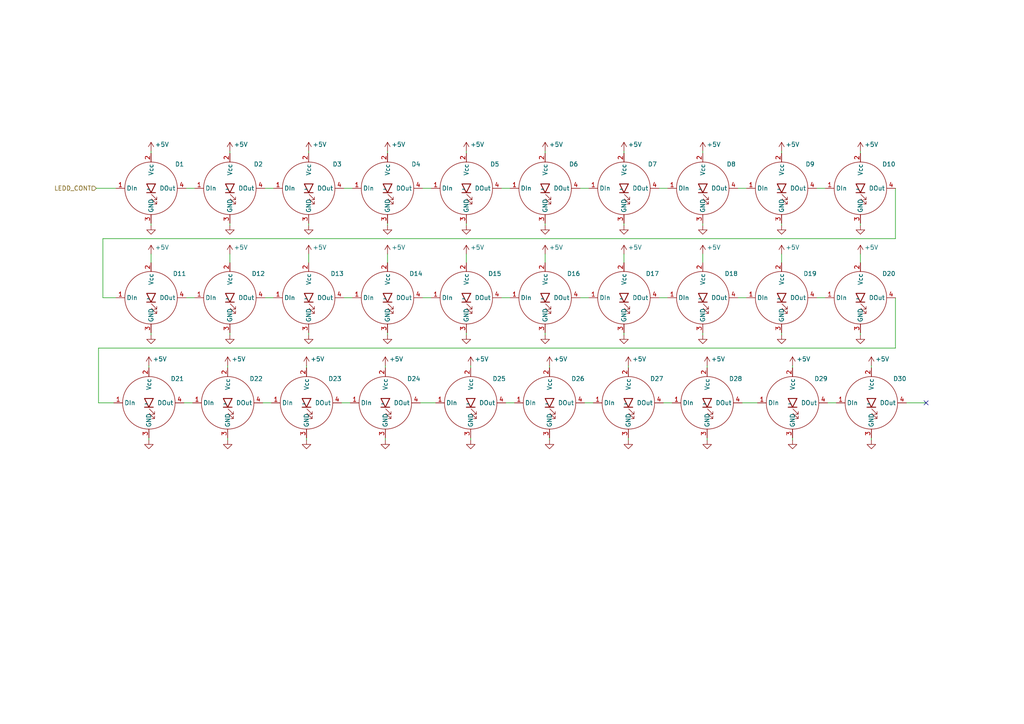
<source format=kicad_sch>
(kicad_sch (version 20230121) (generator eeschema)
  (paper "A4")
  (lib_symbols
    (symbol "ClockIt:WS2812-5MM"
      (property "Reference" "D" (at -9.144 6.858 0))
      (symbol "WS2812-5MM_0_1"
        (polyline (pts (xy 1.27 -1.27) (xy -1.27 -1.27)) (stroke (width 0.254)))
        (polyline (pts (xy 1.27 1.27) (xy -1.27 1.27) (xy 0 -1.27) (xy 1.27 1.27)) (stroke (width 0.254)))
        (polyline (pts (xy 0.127 -3.048) (xy 1.651 -4.572) (xy 1.651 -3.81) (xy 1.651 -4.572) (xy 0.889 -4.572)))
        (polyline (pts (xy 0.127 -1.778) (xy 1.651 -3.302) (xy 1.651 -2.54) (xy 1.651 -3.302) (xy 0.889 -3.302)))
        (circle (center 0 0) (radius 7.62))
      )
      (symbol "WS2812-5MM_1_1"
        (pin input line (at -10.16 0 0) (length 2.54) (name "DIn") (number "1"))
        (pin power_in line (at 0 10.16 270) (length 2.54) (name "Vcc") (number "2"))
        (pin power_in line (at 0 -10.16 90) (length 2.54) (name "GND") (number "3"))
        (pin output line (at 10.16 0 180) (length 2.54) (name "DOut") (number "4"))
      )
    )
    (symbol "power:+5V" (power) (pin_names (offset 0))
      (property "Value" "+5V" (at 0 3.556 0))
      (symbol "+5V_0_1"
        (polyline (pts (xy -0.762 1.27) (xy 0 2.54)))
        (polyline (pts (xy 0 0) (xy 0 2.54)))
        (polyline (pts (xy 0 2.54) (xy 0.762 1.27)))
      )
      (symbol "+5V_1_1"
        (pin power_in line (at 0 0 90) (length 0) hide (name "+5V") (number "1"))
      )
    )
    (symbol "power:GND" (power) (pin_names (offset 0))
      (property "Value" "GND" (at 0 -3.81 0))
      (symbol "GND_0_1"
        (polyline (pts (xy 0 0) (xy 0 -1.27) (xy 1.27 -1.27) (xy 0 -2.54) (xy -1.27 -1.27) (xy 0 -1.27)))
      )
      (symbol "GND_1_1"
        (pin power_in line (at 0 0 270) (length 0) hide (name "GND") (number "1"))
      )
    )
  )
  (no_connect (at 268.605 116.84))
  (wire (pts (xy 236.855 54.61) (xy 239.395 54.61)))
  (wire (pts (xy 99.695 54.61) (xy 102.235 54.61)))
  (wire (pts (xy 88.9 127) (xy 88.9 127.635)))
  (wire (pts (xy 229.87 127) (xy 229.87 127.635)))
  (wire (pts (xy 43.815 96.52) (xy 43.815 97.155)))
  (wire (pts (xy 205.105 127) (xy 205.105 127.635)))
  (wire (pts (xy 122.555 86.36) (xy 125.095 86.36)))
  (wire (pts (xy 43.815 43.815) (xy 43.815 44.45)))
  (wire (pts (xy 213.995 54.61) (xy 216.535 54.61)))
  (wire (pts (xy 215.265 116.84) (xy 219.71 116.84)))
  (wire (pts (xy 112.395 43.815) (xy 112.395 44.45)))
  (wire (pts (xy 180.975 43.815) (xy 180.975 44.45)))
  (wire (pts (xy 89.535 73.66) (xy 89.535 76.2)))
  (wire (pts (xy 99.695 86.36) (xy 102.235 86.36)))
  (wire (pts (xy 122.555 54.61) (xy 125.095 54.61)))
  (wire (pts (xy 27.94 54.61) (xy 33.655 54.61)))
  (wire (pts (xy 66.04 127) (xy 66.04 127.635)))
  (wire (pts (xy 121.92 116.84) (xy 126.365 116.84)))
  (wire (pts (xy 180.975 64.77) (xy 180.975 65.405)))
  (wire (pts (xy 159.385 106.045) (xy 159.385 106.68)))
  (wire (pts (xy 66.675 96.52) (xy 66.675 97.155)))
  (wire (pts (xy 111.76 127) (xy 111.76 127.635)))
  (wire (pts (xy 28.575 116.84) (xy 33.02 116.84)))
  (wire (pts (xy 180.975 96.52) (xy 180.975 97.155)))
  (wire (pts (xy 76.835 54.61) (xy 79.375 54.61)))
  (wire (pts (xy 158.115 96.52) (xy 158.115 97.155)))
  (wire (pts (xy 158.115 64.77) (xy 158.115 65.405)))
  (wire (pts (xy 262.89 116.84) (xy 268.605 116.84)))
  (wire (pts (xy 53.975 86.36) (xy 56.515 86.36)))
  (wire (pts (xy 88.9 106.045) (xy 88.9 106.68)))
  (wire (pts (xy 236.855 86.36) (xy 239.395 86.36)))
  (wire (pts (xy 53.975 54.61) (xy 56.515 54.61)))
  (wire (pts (xy 180.975 73.66) (xy 180.975 76.2)))
  (wire (pts (xy 76.2 116.84) (xy 78.74 116.84)))
  (wire (pts (xy 89.535 43.815) (xy 89.535 44.45)))
  (wire (pts (xy 66.04 106.045) (xy 66.04 106.68)))
  (wire (pts (xy 182.245 106.045) (xy 182.245 106.68)))
  (wire (pts (xy 203.835 73.66) (xy 203.835 76.2)))
  (wire (pts (xy 158.115 43.815) (xy 158.115 44.45)))
  (wire (pts (xy 249.555 73.66) (xy 249.555 76.2)))
  (wire (pts (xy 249.555 43.815) (xy 249.555 44.45)))
  (wire (pts (xy 112.395 96.52) (xy 112.395 97.155)))
  (wire (pts (xy 191.135 86.36) (xy 193.675 86.36)))
  (wire (pts (xy 43.815 73.66) (xy 43.815 76.2)))
  (wire (pts (xy 29.845 86.36) (xy 33.655 86.36)))
  (wire (pts (xy 226.695 96.52) (xy 226.695 97.155)))
  (wire (pts (xy 259.715 54.61) (xy 259.715 69.215)))
  (wire (pts (xy 136.525 127) (xy 136.525 127.635)))
  (wire (pts (xy 89.535 96.52) (xy 89.535 97.155)))
  (wire (pts (xy 135.255 64.77) (xy 135.255 65.405)))
  (wire (pts (xy 203.835 96.52) (xy 203.835 97.155)))
  (wire (pts (xy 259.715 86.36) (xy 259.715 100.965)))
  (wire (pts (xy 29.845 69.215) (xy 29.845 86.36)))
  (wire (pts (xy 66.675 73.66) (xy 66.675 76.2)))
  (wire (pts (xy 205.105 106.045) (xy 205.105 106.68)))
  (wire (pts (xy 89.535 64.77) (xy 89.535 65.405)))
  (wire (pts (xy 53.34 116.84) (xy 55.88 116.84)))
  (wire (pts (xy 146.685 116.84) (xy 149.225 116.84)))
  (wire (pts (xy 203.835 64.77) (xy 203.835 65.405)))
  (wire (pts (xy 259.715 100.965) (xy 28.575 100.965)))
  (wire (pts (xy 43.18 127) (xy 43.18 127.635)))
  (wire (pts (xy 135.255 43.815) (xy 135.255 44.45)))
  (wire (pts (xy 112.395 73.66) (xy 112.395 76.2)))
  (wire (pts (xy 169.545 116.84) (xy 172.085 116.84)))
  (wire (pts (xy 252.73 127) (xy 252.73 127.635)))
  (wire (pts (xy 135.255 96.52) (xy 135.255 97.155)))
  (wire (pts (xy 43.815 64.77) (xy 43.815 65.405)))
  (wire (pts (xy 66.675 43.815) (xy 66.675 44.45)))
  (wire (pts (xy 145.415 86.36) (xy 147.955 86.36)))
  (wire (pts (xy 76.835 86.36) (xy 79.375 86.36)))
  (wire (pts (xy 226.695 64.77) (xy 226.695 65.405)))
  (wire (pts (xy 229.87 106.045) (xy 229.87 106.68)))
  (wire (pts (xy 226.695 43.815) (xy 226.695 44.45)))
  (wire (pts (xy 159.385 127) (xy 159.385 127.635)))
  (wire (pts (xy 203.835 43.815) (xy 203.835 44.45)))
  (wire (pts (xy 135.255 73.66) (xy 135.255 76.2)))
  (wire (pts (xy 136.525 106.045) (xy 136.525 106.68)))
  (wire (pts (xy 112.395 64.77) (xy 112.395 65.405)))
  (wire (pts (xy 252.73 106.045) (xy 252.73 106.68)))
  (wire (pts (xy 111.76 106.045) (xy 111.76 106.68)))
  (wire (pts (xy 168.275 54.61) (xy 170.815 54.61)))
  (wire (pts (xy 240.03 116.84) (xy 242.57 116.84)))
  (wire (pts (xy 99.06 116.84) (xy 101.6 116.84)))
  (wire (pts (xy 249.555 64.77) (xy 249.555 65.405)))
  (wire (pts (xy 213.995 86.36) (xy 216.535 86.36)))
  (wire (pts (xy 145.415 54.61) (xy 147.955 54.61)))
  (wire (pts (xy 249.555 96.52) (xy 249.555 97.155)))
  (wire (pts (xy 43.18 106.045) (xy 43.18 106.68)))
  (wire (pts (xy 28.575 100.965) (xy 28.575 116.84)))
  (wire (pts (xy 191.135 54.61) (xy 193.675 54.61)))
  (wire (pts (xy 259.715 69.215) (xy 29.845 69.215)))
  (wire (pts (xy 66.675 64.77) (xy 66.675 65.405)))
  (wire (pts (xy 168.275 86.36) (xy 170.815 86.36)))
  (wire (pts (xy 182.245 127) (xy 182.245 127.635)))
  (wire (pts (xy 158.115 73.66) (xy 158.115 76.2)))
  (wire (pts (xy 192.405 116.84) (xy 194.945 116.84)))
  (wire (pts (xy 226.695 73.66) (xy 226.695 76.2)))
  (hierarchical_label "LEDD_CONT" (shape input) (at 27.94 54.61 180))
  (symbol (lib_id "power:+5V") (at 66.675 73.66 0) (unit 1)
    (property "Reference" "#PWR022" (effects hide))
    (property "Value" "+5V" (at 69.85 71.755 0))
    (instances (project "FaceDCF77" (path "" (reference "#PWR022") (unit 1)) (path "" (reference "#PWR085") (unit 1))))
  )
  (symbol (lib_id "ClockIt:WS2812-5MM") (at 43.18 116.84 0) (unit 1)
    (property "Reference" "D21" (at 51.435 109.855 0))
    (property "Value" "~" (at 42.418 117.094 0))
    (property "Footprint" "ClockIt:WS2812-5MM" (effects hide))
    (instances (project "FaceDCF77" (path "" (reference "D21") (unit 1)) (path "" (reference "D51") (unit 1))))
  )
  (symbol (lib_id "power:+5V") (at 203.835 43.815 0) (unit 1)
    (property "Reference" "#PWR08" (effects hide))
    (property "Value" "+5V" (at 207.01 41.91 0))
    (instances (project "FaceDCF77" (path "" (reference "#PWR08") (unit 1)) (path "" (reference "#PWR071") (unit 1))))
  )
  (symbol (lib_id "ClockIt:WS2812-5MM") (at 249.555 86.36 0) (unit 1)
    (property "Reference" "D20" (at 257.81 79.375 0))
    (property "Value" "~" (at 248.793 86.614 0))
    (property "Footprint" "ClockIt:WS2812-5MM" (effects hide))
    (instances (project "FaceDCF77" (path "" (reference "D20") (unit 1)) (path "" (reference "D50") (unit 1))))
  )
  (symbol (lib_id "power:GND") (at 66.675 97.155 0) (unit 1)
    (property "Reference" "#PWR032" (effects hide))
    (property "Value" "GND" (effects hide))
    (instances (project "FaceDCF77" (path "" (reference "#PWR032") (unit 1)) (path "" (reference "#PWR095") (unit 1))))
  )
  (symbol (lib_id "power:+5V") (at 249.555 73.66 0) (unit 1)
    (property "Reference" "#PWR030" (effects hide))
    (property "Value" "+5V" (at 252.73 71.755 0))
    (instances (project "FaceDCF77" (path "" (reference "#PWR030") (unit 1)) (path "" (reference "#PWR093") (unit 1))))
  )
  (symbol (lib_id "ClockIt:WS2812-5MM") (at 229.87 116.84 0) (unit 1)
    (property "Reference" "D29" (at 238.125 109.855 0))
    (property "Value" "~" (at 229.108 117.094 0))
    (property "Footprint" "ClockIt:WS2812-5MM" (effects hide))
    (instances (project "FaceDCF77" (path "" (reference "D29") (unit 1)) (path "" (reference "D59") (unit 1))))
  )
  (symbol (lib_id "power:+5V") (at 135.255 43.815 0) (unit 1)
    (property "Reference" "#PWR05" (effects hide))
    (property "Value" "+5V" (at 138.43 41.91 0))
    (instances (project "FaceDCF77" (path "" (reference "#PWR05") (unit 1)) (path "" (reference "#PWR068") (unit 1))))
  )
  (symbol (lib_id "power:+5V") (at 159.385 106.045 0) (unit 1)
    (property "Reference" "#PWR046" (effects hide))
    (property "Value" "+5V" (at 162.56 104.14 0))
    (instances (project "FaceDCF77" (path "" (reference "#PWR046") (unit 1)) (path "" (reference "#PWR0109") (unit 1))))
  )
  (symbol (lib_id "power:+5V") (at 180.975 73.66 0) (unit 1)
    (property "Reference" "#PWR027" (effects hide))
    (property "Value" "+5V" (at 184.15 71.755 0))
    (instances (project "FaceDCF77" (path "" (reference "#PWR027") (unit 1)) (path "" (reference "#PWR090") (unit 1))))
  )
  (symbol (lib_id "power:+5V") (at 89.535 43.815 0) (unit 1)
    (property "Reference" "#PWR03" (effects hide))
    (property "Value" "+5V" (at 92.71 41.91 0))
    (instances (project "FaceDCF77" (path "" (reference "#PWR03") (unit 1)) (path "" (reference "#PWR066") (unit 1))))
  )
  (symbol (lib_id "power:GND") (at 180.975 97.155 0) (unit 1)
    (property "Reference" "#PWR037" (effects hide))
    (property "Value" "GND" (effects hide))
    (instances (project "FaceDCF77" (path "" (reference "#PWR037") (unit 1)) (path "" (reference "#PWR0100") (unit 1))))
  )
  (symbol (lib_id "power:GND") (at 135.255 65.405 0) (unit 1)
    (property "Reference" "#PWR015" (effects hide))
    (property "Value" "GND" (effects hide))
    (instances (project "FaceDCF77" (path "" (reference "#PWR015") (unit 1)) (path "" (reference "#PWR078") (unit 1))))
  )
  (symbol (lib_id "power:+5V") (at 66.675 43.815 0) (unit 1)
    (property "Reference" "#PWR02" (effects hide))
    (property "Value" "+5V" (at 69.85 41.91 0))
    (instances (project "FaceDCF77" (path "" (reference "#PWR02") (unit 1)) (path "" (reference "#PWR065") (unit 1))))
  )
  (symbol (lib_id "ClockIt:WS2812-5MM") (at 66.675 86.36 0) (unit 1)
    (property "Reference" "D12" (at 74.93 79.375 0))
    (property "Value" "~" (at 65.913 86.614 0))
    (property "Footprint" "ClockIt:WS2812-5MM" (effects hide))
    (instances (project "FaceDCF77" (path "" (reference "D12") (unit 1)) (path "" (reference "D42") (unit 1))))
  )
  (symbol (lib_id "ClockIt:WS2812-5MM") (at 88.9 116.84 0) (unit 1)
    (property "Reference" "D23" (at 97.155 109.855 0))
    (property "Value" "~" (at 88.138 117.094 0))
    (property "Footprint" "ClockIt:WS2812-5MM" (effects hide))
    (instances (project "FaceDCF77" (path "" (reference "D23") (unit 1)) (path "" (reference "D53") (unit 1))))
  )
  (symbol (lib_id "power:GND") (at 43.18 127.635 0) (unit 1)
    (property "Reference" "#PWR051" (effects hide))
    (property "Value" "GND" (effects hide))
    (instances (project "FaceDCF77" (path "" (reference "#PWR051") (unit 1)) (path "" (reference "#PWR0114") (unit 1))))
  )
  (symbol (lib_id "ClockIt:WS2812-5MM") (at 252.73 116.84 0) (unit 1)
    (property "Reference" "D30" (at 260.985 109.855 0))
    (property "Value" "~" (at 251.968 117.094 0))
    (property "Footprint" "ClockIt:WS2812-5MM" (effects hide))
    (instances (project "FaceDCF77" (path "" (reference "D30") (unit 1)) (path "" (reference "D60") (unit 1))))
  )
  (symbol (lib_id "power:+5V") (at 226.695 43.815 0) (unit 1)
    (property "Reference" "#PWR09" (effects hide))
    (property "Value" "+5V" (at 229.87 41.91 0))
    (instances (project "FaceDCF77" (path "" (reference "#PWR09") (unit 1)) (path "" (reference "#PWR072") (unit 1))))
  )
  (symbol (lib_id "ClockIt:WS2812-5MM") (at 205.105 116.84 0) (unit 1)
    (property "Reference" "D28" (at 213.36 109.855 0))
    (property "Value" "~" (at 204.343 117.094 0))
    (property "Footprint" "ClockIt:WS2812-5MM" (effects hide))
    (instances (project "FaceDCF77" (path "" (reference "D28") (unit 1)) (path "" (reference "D58") (unit 1))))
  )
  (symbol (lib_id "power:GND") (at 226.695 65.405 0) (unit 1)
    (property "Reference" "#PWR019" (effects hide))
    (property "Value" "GND" (effects hide))
    (instances (project "FaceDCF77" (path "" (reference "#PWR019") (unit 1)) (path "" (reference "#PWR082") (unit 1))))
  )
  (symbol (lib_id "power:+5V") (at 249.555 43.815 0) (unit 1)
    (property "Reference" "#PWR010" (effects hide))
    (property "Value" "+5V" (at 252.73 41.91 0))
    (instances (project "FaceDCF77" (path "" (reference "#PWR010") (unit 1)) (path "" (reference "#PWR073") (unit 1))))
  )
  (symbol (lib_id "power:+5V") (at 229.87 106.045 0) (unit 1)
    (property "Reference" "#PWR049" (effects hide))
    (property "Value" "+5V" (at 233.045 104.14 0))
    (instances (project "FaceDCF77" (path "" (reference "#PWR049") (unit 1)) (path "" (reference "#PWR0112") (unit 1))))
  )
  (symbol (lib_id "ClockIt:WS2812-5MM") (at 180.975 54.61 0) (unit 1)
    (property "Reference" "D7" (at 189.23 47.625 0))
    (property "Value" "~" (at 180.213 54.864 0))
    (property "Footprint" "ClockIt:WS2812-5MM" (effects hide))
    (instances (project "FaceDCF77" (path "" (reference "D7") (unit 1)) (path "" (reference "D37") (unit 1))))
  )
  (symbol (lib_id "power:+5V") (at 203.835 73.66 0) (unit 1)
    (property "Reference" "#PWR028" (effects hide))
    (property "Value" "+5V" (at 207.01 71.755 0))
    (instances (project "FaceDCF77" (path "" (reference "#PWR028") (unit 1)) (path "" (reference "#PWR091") (unit 1))))
  )
  (symbol (lib_id "power:GND") (at 112.395 65.405 0) (unit 1)
    (property "Reference" "#PWR014" (effects hide))
    (property "Value" "GND" (effects hide))
    (instances (project "FaceDCF77" (path "" (reference "#PWR014") (unit 1)) (path "" (reference "#PWR077") (unit 1))))
  )
  (symbol (lib_id "power:+5V") (at 135.255 73.66 0) (unit 1)
    (property "Reference" "#PWR025" (effects hide))
    (property "Value" "+5V" (at 138.43 71.755 0))
    (instances (project "FaceDCF77" (path "" (reference "#PWR025") (unit 1)) (path "" (reference "#PWR088") (unit 1))))
  )
  (symbol (lib_id "ClockIt:WS2812-5MM") (at 158.115 86.36 0) (unit 1)
    (property "Reference" "D16" (at 166.37 79.375 0))
    (property "Value" "~" (at 157.353 86.614 0))
    (property "Footprint" "ClockIt:WS2812-5MM" (effects hide))
    (instances (project "FaceDCF77" (path "" (reference "D16") (unit 1)) (path "" (reference "D46") (unit 1))))
  )
  (symbol (lib_id "power:+5V") (at 252.73 106.045 0) (unit 1)
    (property "Reference" "#PWR050" (effects hide))
    (property "Value" "+5V" (at 255.905 104.14 0))
    (instances (project "FaceDCF77" (path "" (reference "#PWR050") (unit 1)) (path "" (reference "#PWR0113") (unit 1))))
  )
  (symbol (lib_id "power:+5V") (at 226.695 73.66 0) (unit 1)
    (property "Reference" "#PWR029" (effects hide))
    (property "Value" "+5V" (at 229.87 71.755 0))
    (instances (project "FaceDCF77" (path "" (reference "#PWR029") (unit 1)) (path "" (reference "#PWR092") (unit 1))))
  )
  (symbol (lib_id "power:+5V") (at 158.115 73.66 0) (unit 1)
    (property "Reference" "#PWR026" (effects hide))
    (property "Value" "+5V" (at 161.29 71.755 0))
    (instances (project "FaceDCF77" (path "" (reference "#PWR026") (unit 1)) (path "" (reference "#PWR089") (unit 1))))
  )
  (symbol (lib_id "power:GND") (at 249.555 65.405 0) (unit 1)
    (property "Reference" "#PWR020" (effects hide))
    (property "Value" "GND" (effects hide))
    (instances (project "FaceDCF77" (path "" (reference "#PWR020") (unit 1)) (path "" (reference "#PWR083") (unit 1))))
  )
  (symbol (lib_id "power:GND") (at 135.255 97.155 0) (unit 1)
    (property "Reference" "#PWR035" (effects hide))
    (property "Value" "GND" (effects hide))
    (instances (project "FaceDCF77" (path "" (reference "#PWR035") (unit 1)) (path "" (reference "#PWR098") (unit 1))))
  )
  (symbol (lib_id "power:GND") (at 158.115 97.155 0) (unit 1)
    (property "Reference" "#PWR036" (effects hide))
    (property "Value" "GND" (effects hide))
    (instances (project "FaceDCF77" (path "" (reference "#PWR036") (unit 1)) (path "" (reference "#PWR099") (unit 1))))
  )
  (symbol (lib_id "power:+5V") (at 43.815 73.66 0) (unit 1)
    (property "Reference" "#PWR021" (effects hide))
    (property "Value" "+5V" (at 46.99 71.755 0))
    (instances (project "FaceDCF77" (path "" (reference "#PWR021") (unit 1)) (path "" (reference "#PWR084") (unit 1))))
  )
  (symbol (lib_id "power:GND") (at 66.675 65.405 0) (unit 1)
    (property "Reference" "#PWR012" (effects hide))
    (property "Value" "GND" (effects hide))
    (instances (project "FaceDCF77" (path "" (reference "#PWR012") (unit 1)) (path "" (reference "#PWR075") (unit 1))))
  )
  (symbol (lib_id "power:GND") (at 66.04 127.635 0) (unit 1)
    (property "Reference" "#PWR052" (effects hide))
    (property "Value" "GND" (effects hide))
    (instances (project "FaceDCF77" (path "" (reference "#PWR052") (unit 1)) (path "" (reference "#PWR0115") (unit 1))))
  )
  (symbol (lib_id "power:GND") (at 226.695 97.155 0) (unit 1)
    (property "Reference" "#PWR039" (effects hide))
    (property "Value" "GND" (effects hide))
    (instances (project "FaceDCF77" (path "" (reference "#PWR039") (unit 1)) (path "" (reference "#PWR0102") (unit 1))))
  )
  (symbol (lib_id "ClockIt:WS2812-5MM") (at 135.255 86.36 0) (unit 1)
    (property "Reference" "D15" (at 143.51 79.375 0))
    (property "Value" "~" (at 134.493 86.614 0))
    (property "Footprint" "ClockIt:WS2812-5MM" (effects hide))
    (instances (project "FaceDCF77" (path "" (reference "D15") (unit 1)) (path "" (reference "D45") (unit 1))))
  )
  (symbol (lib_id "power:GND") (at 88.9 127.635 0) (unit 1)
    (property "Reference" "#PWR053" (effects hide))
    (property "Value" "GND" (effects hide))
    (instances (project "FaceDCF77" (path "" (reference "#PWR053") (unit 1)) (path "" (reference "#PWR0116") (unit 1))))
  )
  (symbol (lib_id "power:GND") (at 229.87 127.635 0) (unit 1)
    (property "Reference" "#PWR059" (effects hide))
    (property "Value" "GND" (effects hide))
    (instances (project "FaceDCF77" (path "" (reference "#PWR059") (unit 1)) (path "" (reference "#PWR0122") (unit 1))))
  )
  (symbol (lib_id "power:GND") (at 43.815 65.405 0) (unit 1)
    (property "Reference" "#PWR011" (effects hide))
    (property "Value" "GND" (effects hide))
    (instances (project "FaceDCF77" (path "" (reference "#PWR011") (unit 1)) (path "" (reference "#PWR074") (unit 1))))
  )
  (symbol (lib_id "ClockIt:WS2812-5MM") (at 112.395 54.61 0) (unit 1)
    (property "Reference" "D4" (at 120.65 47.625 0))
    (property "Value" "~" (at 111.633 54.864 0))
    (property "Footprint" "ClockIt:WS2812-5MM" (effects hide))
    (instances (project "FaceDCF77" (path "" (reference "D4") (unit 1)) (path "" (reference "D34") (unit 1))))
  )
  (symbol (lib_id "power:GND") (at 203.835 65.405 0) (unit 1)
    (property "Reference" "#PWR018" (effects hide))
    (property "Value" "GND" (effects hide))
    (instances (project "FaceDCF77" (path "" (reference "#PWR018") (unit 1)) (path "" (reference "#PWR081") (unit 1))))
  )
  (symbol (lib_id "ClockIt:WS2812-5MM") (at 112.395 86.36 0) (unit 1)
    (property "Reference" "D14" (at 120.65 79.375 0))
    (property "Value" "~" (at 111.633 86.614 0))
    (property "Footprint" "ClockIt:WS2812-5MM" (effects hide))
    (instances (project "FaceDCF77" (path "" (reference "D14") (unit 1)) (path "" (reference "D44") (unit 1))))
  )
  (symbol (lib_id "power:+5V") (at 43.18 106.045 0) (unit 1)
    (property "Reference" "#PWR041" (effects hide))
    (property "Value" "+5V" (at 46.355 104.14 0))
    (instances (project "FaceDCF77" (path "" (reference "#PWR041") (unit 1)) (path "" (reference "#PWR0104") (unit 1))))
  )
  (symbol (lib_id "power:GND") (at 252.73 127.635 0) (unit 1)
    (property "Reference" "#PWR060" (effects hide))
    (property "Value" "GND" (effects hide))
    (instances (project "FaceDCF77" (path "" (reference "#PWR060") (unit 1)) (path "" (reference "#PWR0123") (unit 1))))
  )
  (symbol (lib_id "power:+5V") (at 111.76 106.045 0) (unit 1)
    (property "Reference" "#PWR044" (effects hide))
    (property "Value" "+5V" (at 114.935 104.14 0))
    (instances (project "FaceDCF77" (path "" (reference "#PWR044") (unit 1)) (path "" (reference "#PWR0107") (unit 1))))
  )
  (symbol (lib_id "power:GND") (at 112.395 97.155 0) (unit 1)
    (property "Reference" "#PWR034" (effects hide))
    (property "Value" "GND" (effects hide))
    (instances (project "FaceDCF77" (path "" (reference "#PWR034") (unit 1)) (path "" (reference "#PWR097") (unit 1))))
  )
  (symbol (lib_id "power:GND") (at 158.115 65.405 0) (unit 1)
    (property "Reference" "#PWR016" (effects hide))
    (property "Value" "GND" (effects hide))
    (instances (project "FaceDCF77" (path "" (reference "#PWR016") (unit 1)) (path "" (reference "#PWR079") (unit 1))))
  )
  (symbol (lib_id "ClockIt:WS2812-5MM") (at 89.535 54.61 0) (unit 1)
    (property "Reference" "D3" (at 97.79 47.625 0))
    (property "Value" "~" (at 88.773 54.864 0))
    (property "Footprint" "ClockIt:WS2812-5MM" (effects hide))
    (instances (project "FaceDCF77" (path "" (reference "D3") (unit 1)) (path "" (reference "D33") (unit 1))))
  )
  (symbol (lib_id "power:+5V") (at 158.115 43.815 0) (unit 1)
    (property "Reference" "#PWR06" (effects hide))
    (property "Value" "+5V" (at 161.29 41.91 0))
    (instances (project "FaceDCF77" (path "" (reference "#PWR06") (unit 1)) (path "" (reference "#PWR069") (unit 1))))
  )
  (symbol (lib_id "power:GND") (at 136.525 127.635 0) (unit 1)
    (property "Reference" "#PWR055" (effects hide))
    (property "Value" "GND" (effects hide))
    (instances (project "FaceDCF77" (path "" (reference "#PWR055") (unit 1)) (path "" (reference "#PWR0118") (unit 1))))
  )
  (symbol (lib_id "ClockIt:WS2812-5MM") (at 66.675 54.61 0) (unit 1)
    (property "Reference" "D2" (at 74.93 47.625 0))
    (property "Value" "~" (at 65.913 54.864 0))
    (property "Footprint" "ClockIt:WS2812-5MM" (effects hide))
    (instances (project "FaceDCF77" (path "" (reference "D2") (unit 1)) (path "" (reference "D32") (unit 1))))
  )
  (symbol (lib_id "power:+5V") (at 180.975 43.815 0) (unit 1)
    (property "Reference" "#PWR07" (effects hide))
    (property "Value" "+5V" (at 184.15 41.91 0))
    (instances (project "FaceDCF77" (path "" (reference "#PWR07") (unit 1)) (path "" (reference "#PWR070") (unit 1))))
  )
  (symbol (lib_id "ClockIt:WS2812-5MM") (at 182.245 116.84 0) (unit 1)
    (property "Reference" "D27" (at 190.5 109.855 0))
    (property "Value" "~" (at 181.483 117.094 0))
    (property "Footprint" "ClockIt:WS2812-5MM" (effects hide))
    (instances (project "FaceDCF77" (path "" (reference "D27") (unit 1)) (path "" (reference "D57") (unit 1))))
  )
  (symbol (lib_id "power:GND") (at 249.555 97.155 0) (unit 1)
    (property "Reference" "#PWR040" (effects hide))
    (property "Value" "GND" (effects hide))
    (instances (project "FaceDCF77" (path "" (reference "#PWR040") (unit 1)) (path "" (reference "#PWR0103") (unit 1))))
  )
  (symbol (lib_id "power:+5V") (at 205.105 106.045 0) (unit 1)
    (property "Reference" "#PWR048" (effects hide))
    (property "Value" "+5V" (at 208.28 104.14 0))
    (instances (project "FaceDCF77" (path "" (reference "#PWR048") (unit 1)) (path "" (reference "#PWR0111") (unit 1))))
  )
  (symbol (lib_id "power:GND") (at 43.815 97.155 0) (unit 1)
    (property "Reference" "#PWR031" (effects hide))
    (property "Value" "GND" (effects hide))
    (instances (project "FaceDCF77" (path "" (reference "#PWR031") (unit 1)) (path "" (reference "#PWR094") (unit 1))))
  )
  (symbol (lib_id "ClockIt:WS2812-5MM") (at 158.115 54.61 0) (unit 1)
    (property "Reference" "D6" (at 166.37 47.625 0))
    (property "Value" "~" (at 157.353 54.864 0))
    (property "Footprint" "ClockIt:WS2812-5MM" (effects hide))
    (instances (project "FaceDCF77" (path "" (reference "D6") (unit 1)) (path "" (reference "D36") (unit 1))))
  )
  (symbol (lib_id "power:GND") (at 159.385 127.635 0) (unit 1)
    (property "Reference" "#PWR056" (effects hide))
    (property "Value" "GND" (effects hide))
    (instances (project "FaceDCF77" (path "" (reference "#PWR056") (unit 1)) (path "" (reference "#PWR0119") (unit 1))))
  )
  (symbol (lib_id "power:+5V") (at 66.04 106.045 0) (unit 1)
    (property "Reference" "#PWR042" (effects hide))
    (property "Value" "+5V" (at 69.215 104.14 0))
    (instances (project "FaceDCF77" (path "" (reference "#PWR042") (unit 1)) (path "" (reference "#PWR0105") (unit 1))))
  )
  (symbol (lib_id "power:+5V") (at 112.395 43.815 0) (unit 1)
    (property "Reference" "#PWR04" (effects hide))
    (property "Value" "+5V" (at 115.57 41.91 0))
    (instances (project "FaceDCF77" (path "" (reference "#PWR04") (unit 1)) (path "" (reference "#PWR067") (unit 1))))
  )
  (symbol (lib_id "power:+5V") (at 43.815 43.815 0) (unit 1)
    (property "Reference" "#PWR01" (effects hide))
    (property "Value" "+5V" (at 46.99 41.91 0))
    (instances (project "FaceDCF77" (path "" (reference "#PWR01") (unit 1)) (path "" (reference "#PWR064") (unit 1))))
  )
  (symbol (lib_id "power:GND") (at 180.975 65.405 0) (unit 1)
    (property "Reference" "#PWR017" (effects hide))
    (property "Value" "GND" (effects hide))
    (instances (project "FaceDCF77" (path "" (reference "#PWR017") (unit 1)) (path "" (reference "#PWR080") (unit 1))))
  )
  (symbol (lib_id "power:+5V") (at 89.535 73.66 0) (unit 1)
    (property "Reference" "#PWR023" (effects hide))
    (property "Value" "+5V" (at 92.71 71.755 0))
    (instances (project "FaceDCF77" (path "" (reference "#PWR023") (unit 1)) (path "" (reference "#PWR086") (unit 1))))
  )
  (symbol (lib_id "power:GND") (at 89.535 97.155 0) (unit 1)
    (property "Reference" "#PWR033" (effects hide))
    (property "Value" "GND" (effects hide))
    (instances (project "FaceDCF77" (path "" (reference "#PWR033") (unit 1)) (path "" (reference "#PWR096") (unit 1))))
  )
  (symbol (lib_id "ClockIt:WS2812-5MM") (at 249.555 54.61 0) (unit 1)
    (property "Reference" "D10" (at 257.81 47.625 0))
    (property "Value" "~" (at 248.793 54.864 0))
    (property "Footprint" "ClockIt:WS2812-5MM" (effects hide))
    (instances (project "FaceDCF77" (path "" (reference "D10") (unit 1)) (path "" (reference "D40") (unit 1))))
  )
  (symbol (lib_id "ClockIt:WS2812-5MM") (at 226.695 54.61 0) (unit 1)
    (property "Reference" "D9" (at 234.95 47.625 0))
    (property "Value" "~" (at 225.933 54.864 0))
    (property "Footprint" "ClockIt:WS2812-5MM" (effects hide))
    (instances (project "FaceDCF77" (path "" (reference "D9") (unit 1)) (path "" (reference "D39") (unit 1))))
  )
  (symbol (lib_id "power:+5V") (at 112.395 73.66 0) (unit 1)
    (property "Reference" "#PWR024" (effects hide))
    (property "Value" "+5V" (at 115.57 71.755 0))
    (instances (project "FaceDCF77" (path "" (reference "#PWR024") (unit 1)) (path "" (reference "#PWR087") (unit 1))))
  )
  (symbol (lib_id "ClockIt:WS2812-5MM") (at 43.815 54.61 0) (unit 1)
    (property "Reference" "D1" (at 52.07 47.625 0))
    (property "Value" "~" (at 43.053 54.864 0))
    (property "Footprint" "ClockIt:WS2812-5MM" (effects hide))
    (instances (project "FaceDCF77" (path "" (reference "D1") (unit 1)) (path "" (reference "D31") (unit 1))))
  )
  (symbol (lib_id "ClockIt:WS2812-5MM") (at 203.835 54.61 0) (unit 1)
    (property "Reference" "D8" (at 212.09 47.625 0))
    (property "Value" "~" (at 203.073 54.864 0))
    (property "Footprint" "ClockIt:WS2812-5MM" (effects hide))
    (instances (project "FaceDCF77" (path "" (reference "D8") (unit 1)) (path "" (reference "D38") (unit 1))))
  )
  (symbol (lib_id "ClockIt:WS2812-5MM") (at 203.835 86.36 0) (unit 1)
    (property "Reference" "D18" (at 212.09 79.375 0))
    (property "Value" "~" (at 203.073 86.614 0))
    (property "Footprint" "ClockIt:WS2812-5MM" (effects hide))
    (instances (project "FaceDCF77" (path "" (reference "D18") (unit 1)) (path "" (reference "D48") (unit 1))))
  )
  (symbol (lib_id "ClockIt:WS2812-5MM") (at 43.815 86.36 0) (unit 1)
    (property "Reference" "D11" (at 52.07 79.375 0))
    (property "Value" "~" (at 43.053 86.614 0))
    (property "Footprint" "ClockIt:WS2812-5MM" (effects hide))
    (instances (project "FaceDCF77" (path "" (reference "D11") (unit 1)) (path "" (reference "D41") (unit 1))))
  )
  (symbol (lib_id "ClockIt:WS2812-5MM") (at 180.975 86.36 0) (unit 1)
    (property "Reference" "D17" (at 189.23 79.375 0))
    (property "Value" "~" (at 180.213 86.614 0))
    (property "Footprint" "ClockIt:WS2812-5MM" (effects hide))
    (instances (project "FaceDCF77" (path "" (reference "D17") (unit 1)) (path "" (reference "D47") (unit 1))))
  )
  (symbol (lib_id "ClockIt:WS2812-5MM") (at 66.04 116.84 0) (unit 1)
    (property "Reference" "D22" (at 74.295 109.855 0))
    (property "Value" "~" (at 65.278 117.094 0))
    (property "Footprint" "ClockIt:WS2812-5MM" (effects hide))
    (instances (project "FaceDCF77" (path "" (reference "D22") (unit 1)) (path "" (reference "D52") (unit 1))))
  )
  (symbol (lib_id "power:+5V") (at 88.9 106.045 0) (unit 1)
    (property "Reference" "#PWR043" (effects hide))
    (property "Value" "+5V" (at 92.075 104.14 0))
    (instances (project "FaceDCF77" (path "" (reference "#PWR043") (unit 1)) (path "" (reference "#PWR0106") (unit 1))))
  )
  (symbol (lib_id "ClockIt:WS2812-5MM") (at 89.535 86.36 0) (unit 1)
    (property "Reference" "D13" (at 97.79 79.375 0))
    (property "Value" "~" (at 88.773 86.614 0))
    (property "Footprint" "ClockIt:WS2812-5MM" (effects hide))
    (instances (project "FaceDCF77" (path "" (reference "D13") (unit 1)) (path "" (reference "D43") (unit 1))))
  )
  (symbol (lib_id "power:GND") (at 182.245 127.635 0) (unit 1)
    (property "Reference" "#PWR057" (effects hide))
    (property "Value" "GND" (effects hide))
    (instances (project "FaceDCF77" (path "" (reference "#PWR057") (unit 1)) (path "" (reference "#PWR0120") (unit 1))))
  )
  (symbol (lib_id "power:+5V") (at 136.525 106.045 0) (unit 1)
    (property "Reference" "#PWR045" (effects hide))
    (property "Value" "+5V" (at 139.7 104.14 0))
    (instances (project "FaceDCF77" (path "" (reference "#PWR045") (unit 1)) (path "" (reference "#PWR0108") (unit 1))))
  )
  (symbol (lib_id "power:GND") (at 205.105 127.635 0) (unit 1)
    (property "Reference" "#PWR058" (effects hide))
    (property "Value" "GND" (effects hide))
    (instances (project "FaceDCF77" (path "" (reference "#PWR058") (unit 1)) (path "" (reference "#PWR0121") (unit 1))))
  )
  (symbol (lib_id "ClockIt:WS2812-5MM") (at 135.255 54.61 0) (unit 1)
    (property "Reference" "D5" (at 143.51 47.625 0))
    (property "Value" "~" (at 134.493 54.864 0))
    (property "Footprint" "ClockIt:WS2812-5MM" (effects hide))
    (instances (project "FaceDCF77" (path "" (reference "D5") (unit 1)) (path "" (reference "D35") (unit 1))))
  )
  (symbol (lib_id "power:+5V") (at 182.245 106.045 0) (unit 1)
    (property "Reference" "#PWR047" (effects hide))
    (property "Value" "+5V" (at 185.42 104.14 0))
    (instances (project "FaceDCF77" (path "" (reference "#PWR047") (unit 1)) (path "" (reference "#PWR0110") (unit 1))))
  )
  (symbol (lib_id "ClockIt:WS2812-5MM") (at 136.525 116.84 0) (unit 1)
    (property "Reference" "D25" (at 144.78 109.855 0))
    (property "Value" "~" (at 135.763 117.094 0))
    (property "Footprint" "ClockIt:WS2812-5MM" (effects hide))
    (instances (project "FaceDCF77" (path "" (reference "D25") (unit 1)) (path "" (reference "D55") (unit 1))))
  )
  (symbol (lib_id "ClockIt:WS2812-5MM") (at 226.695 86.36 0) (unit 1)
    (property "Reference" "D19" (at 234.95 79.375 0))
    (property "Value" "~" (at 225.933 86.614 0))
    (property "Footprint" "ClockIt:WS2812-5MM" (effects hide))
    (instances (project "FaceDCF77" (path "" (reference "D19") (unit 1)) (path "" (reference "D49") (unit 1))))
  )
  (symbol (lib_id "ClockIt:WS2812-5MM") (at 111.76 116.84 0) (unit 1)
    (property "Reference" "D24" (at 120.015 109.855 0))
    (property "Value" "~" (at 110.998 117.094 0))
    (property "Footprint" "ClockIt:WS2812-5MM" (effects hide))
    (instances (project "FaceDCF77" (path "" (reference "D24") (unit 1)) (path "" (reference "D54") (unit 1))))
  )
  (symbol (lib_id "power:GND") (at 203.835 97.155 0) (unit 1)
    (property "Reference" "#PWR038" (effects hide))
    (property "Value" "GND" (effects hide))
    (instances (project "FaceDCF77" (path "" (reference "#PWR038") (unit 1)) (path "" (reference "#PWR0101") (unit 1))))
  )
  (symbol (lib_id "power:GND") (at 111.76 127.635 0) (unit 1)
    (property "Reference" "#PWR054" (effects hide))
    (property "Value" "GND" (effects hide))
    (instances (project "FaceDCF77" (path "" (reference "#PWR054") (unit 1)) (path "" (reference "#PWR0117") (unit 1))))
  )
  (symbol (lib_id "ClockIt:WS2812-5MM") (at 159.385 116.84 0) (unit 1)
    (property "Reference" "D26" (at 167.64 109.855 0))
    (property "Value" "~" (at 158.623 117.094 0))
    (property "Footprint" "ClockIt:WS2812-5MM" (effects hide))
    (instances (project "FaceDCF77" (path "" (reference "D26") (unit 1)) (path "" (reference "D56") (unit 1))))
  )
  (symbol (lib_id "power:GND") (at 89.535 65.405 0) (unit 1)
    (property "Reference" "#PWR013" (effects hide))
    (property "Value" "GND" (effects hide))
    (instances (project "FaceDCF77" (path "" (reference "#PWR013") (unit 1)) (path "" (reference "#PWR076") (unit 1))))
  )
)
</source>
